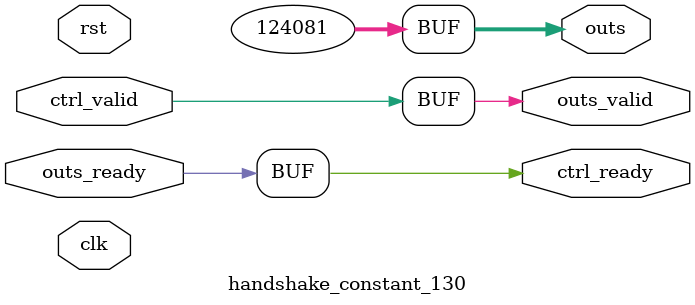
<source format=v>
`timescale 1ns / 1ps
module handshake_constant_130 #(
  parameter DATA_WIDTH = 32  // Default set to 32 bits
) (
  input                       clk,
  input                       rst,
  // Input Channel
  input                       ctrl_valid,
  output                      ctrl_ready,
  // Output Channel
  output [DATA_WIDTH - 1 : 0] outs,
  output                      outs_valid,
  input                       outs_ready
);
  assign outs       = 17'b11110010010110001;
  assign outs_valid = ctrl_valid;
  assign ctrl_ready = outs_ready;

endmodule

</source>
